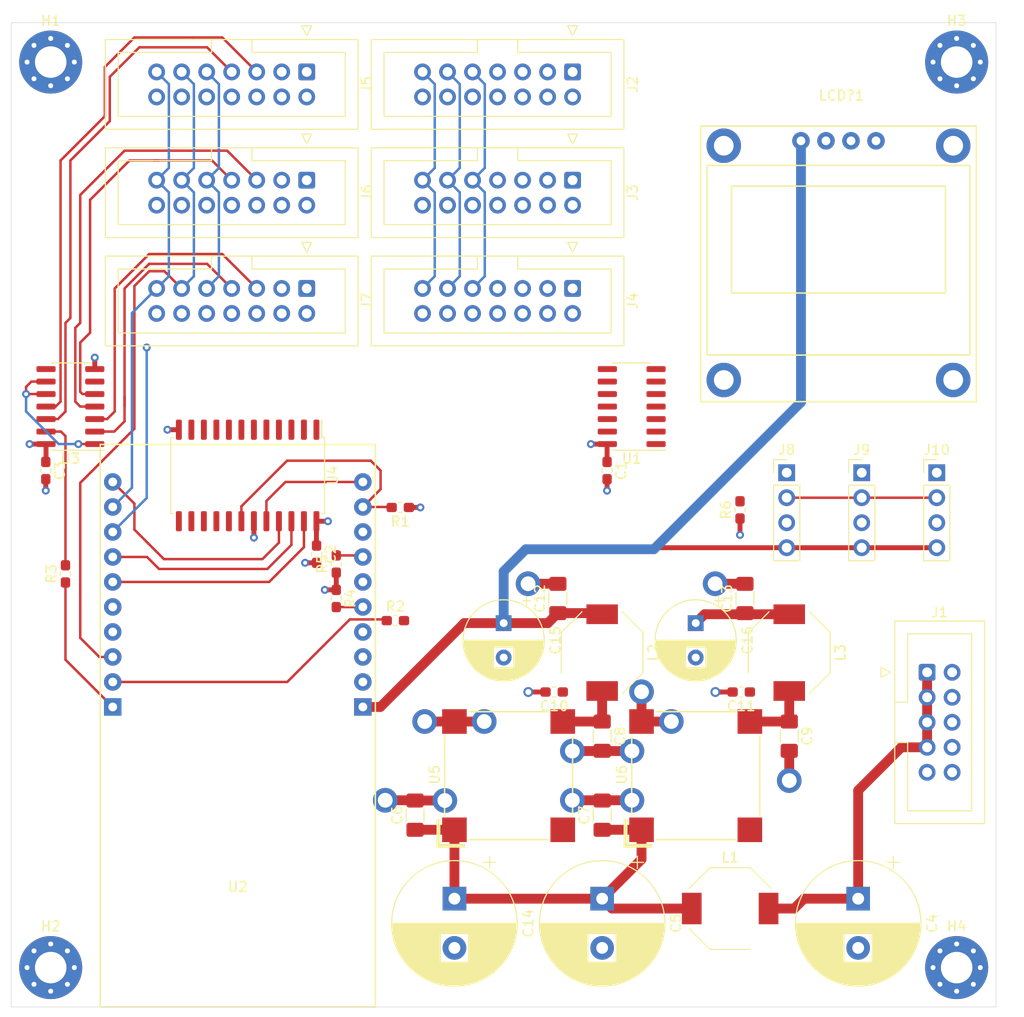
<source format=kicad_pcb>
(kicad_pcb (version 20171130) (host pcbnew "(5.1.6)-1")
  (layers (0 F.Cu signal) (1 In1.Cu signal) (2 In2.Cu signal) (31 B.Cu signal) (34 B.Paste user) (35 F.Paste user) (36 B.SilkS user hide) (37 F.SilkS user) (38 B.Mask user hide) (39 F.Mask user hide) (44 Edge.Cuts user))
  (net 0 "")
  (net 1 GND)
  (net 2 +3V3)
  (net 3 "Net-(J1-Pad2)")
  (net 4 "Net-(J1-Pad9)")
  (net 5 +9V)
  (net 6 "Net-(R1-Pad2)")
  (net 7 "Net-(R2-Pad2)")
  (net 8 "Net-(R2-Pad1)")
  (net 9 "Net-(U1-Pad13)")
  (net 10 "Net-(U2-Pad20)")
  (net 11 "Net-(U2-Pad17)")
  (net 12 "Net-(U2-Pad16)")
  (net 13 "Net-(U2-Pad14)")
  (net 14 "Net-(U2-Pad10)")
  (net 15 "Net-(U2-Pad8)")
  (net 16 "Net-(U2-Pad6)")
  (net 17 "Net-(U2-Pad4)")
  (net 18 "Net-(U4-Pad17)")
  (net 19 "Net-(U4-Pad16)")
  (net 20 "Net-(U4-Pad15)")
  (net 21 "Net-(U4-Pad14)")
  (net 22 "Net-(R3-Pad2)")
  (net 23 "Net-(R3-Pad1)")
  (net 24 "Net-(U2-Pad2)")
  (net 25 "Net-(C10-Pad1)")
  (net 26 "Net-(C11-Pad1)")
  (net 27 +5V)
  (net 28 "Net-(U5-Pad4)")
  (net 29 "Net-(U6-Pad4)")
  (net 30 "Net-(C14-Pad1)")
  (net 31 /ESP1/~CS_2)
  (net 32 /ESP1/~CS_1)
  (net 33 /ESP1/SCLK)
  (net 34 /ESP1/MISO)
  (net 35 /ESP1/MOSI)
  (net 36 /ESP1/IRQ_2)
  (net 37 /ESP1/IRQ_1)
  (net 38 /ESP1/~CS_4)
  (net 39 /ESP1/~CS_3)
  (net 40 /ESP1/IRQ_4)
  (net 41 /ESP1/IRQ_3)
  (net 42 /ESP1/~CS_6)
  (net 43 /ESP1/~CS_5)
  (net 44 /ESP1/IRQ_6)
  (net 45 /ESP1/IRQ_5)
  (net 46 /ESP1/~CS_8)
  (net 47 /ESP1/~CS_7)
  (net 48 /ESP1/IRQ_8)
  (net 49 /ESP1/IRQ_7)
  (net 50 /ESP1/~CS_10)
  (net 51 /ESP1/~CS_9)
  (net 52 /ESP1/IRQ_10)
  (net 53 /ESP1/IRQ_9)
  (net 54 /ESP1/~CS_12)
  (net 55 /ESP1/~CS_11)
  (net 56 /ESP1/IRQ_12)
  (net 57 /ESP1/IRQ_11)
  (net 58 "Net-(LCD?1-Pad3)")
  (net 59 "Net-(LCD?1-Pad4)")
  (net 60 "Net-(U3-Pad1)")
  (net 61 "Net-(J10-Pad2)")
  (module Resistor_SMD:R_0603_1608Metric_Pad1.05x0.95mm_HandSolder (layer F.Cu) (at 114 89.5 90)
    (fp_text reference R6 (at 0 -1.43 90) (layer F.SilkS))
    (fp_text value 10K)
    (pad 2 smd roundrect (at 0.875 0 90) (size 1.05 0.95) (layers F.Cu F.Paste F.Mask) (net 61 "Net-(J10-Pad2)"))
    (pad 1 smd roundrect (at -0.875 0 90) (size 1.05 0.95) (layers F.Cu F.Paste F.Mask) (net 2 +3V3))
  )
  (module Connector_PinHeader_2.54mm:PinHeader_1x04_P2.54mm_Vertical (layer F.Cu) (at 133.98 85.72)
    (fp_text reference J10 (at 0 -2.33) (layer F.SilkS))
    (fp_text value Conn_01x04)
    (pad 4 thru_hole oval (at 0 7.62) (size 1.7 1.7) (drill 1) (layers *.Cu *.Mask) (net 27 +5V))
    (pad 3 thru_hole oval (at 0 5.08) (size 1.7 1.7) (drill 1) (layers *.Cu *.Mask) (net 2 +3V3))
    (pad 2 thru_hole oval (at 0 2.54) (size 1.7 1.7) (drill 1) (layers *.Cu *.Mask) (net 61 "Net-(J10-Pad2)"))
    (pad 1 thru_hole rect (at 0 0) (size 1.7 1.7) (drill 1) (layers *.Cu *.Mask) (net 1 GND))
  )
  (module Connector_PinHeader_2.54mm:PinHeader_1x04_P2.54mm_Vertical (layer F.Cu) (at 126.36 85.72)
    (fp_text reference J9 (at 0 -2.33) (layer F.SilkS))
    (fp_text value Conn_01x04)
    (pad 4 thru_hole oval (at 0 7.62) (size 1.7 1.7) (drill 1) (layers *.Cu *.Mask) (net 27 +5V))
    (pad 3 thru_hole oval (at 0 5.08) (size 1.7 1.7) (drill 1) (layers *.Cu *.Mask) (net 2 +3V3))
    (pad 2 thru_hole oval (at 0 2.54) (size 1.7 1.7) (drill 1) (layers *.Cu *.Mask) (net 61 "Net-(J10-Pad2)"))
    (pad 1 thru_hole rect (at 0 0) (size 1.7 1.7) (drill 1) (layers *.Cu *.Mask) (net 1 GND))
  )
  (module Connector_PinHeader_2.54mm:PinHeader_1x04_P2.54mm_Vertical (layer F.Cu) (at 118.74 85.72)
    (fp_text reference J8 (at 0 -2.33) (layer F.SilkS))
    (fp_text value Conn_01x04)
    (pad 4 thru_hole oval (at 0 7.62) (size 1.7 1.7) (drill 1) (layers *.Cu *.Mask) (net 27 +5V))
    (pad 3 thru_hole oval (at 0 5.08) (size 1.7 1.7) (drill 1) (layers *.Cu *.Mask) (net 2 +3V3))
    (pad 2 thru_hole oval (at 0 2.54) (size 1.7 1.7) (drill 1) (layers *.Cu *.Mask) (net 61 "Net-(J10-Pad2)"))
    (pad 1 thru_hole rect (at 0 0) (size 1.7 1.7) (drill 1) (layers *.Cu *.Mask) (net 1 GND))
  )
  (module Resistor_SMD:R_0603_1608Metric_Pad1.05x0.95mm_HandSolder (layer F.Cu) (at 73 95 90)
    (fp_text reference R5 (at 0 -1.43 90) (layer F.SilkS))
    (fp_text value 2.2K)
    (pad 2 smd roundrect (at 0.875 0 90) (size 1.05 0.95) (layers F.Cu F.Paste F.Mask) (net 59 "Net-(LCD?1-Pad4)"))
    (pad 1 smd roundrect (at -0.875 0 90) (size 1.05 0.95) (layers F.Cu F.Paste F.Mask) (net 2 +3V3))
  )
  (module Resistor_SMD:R_0603_1608Metric_Pad1.05x0.95mm_HandSolder (layer F.Cu) (at 73 98.5 270)
    (fp_text reference R4 (at 0 -1.43 90) (layer F.SilkS))
    (fp_text value 2.2K)
    (pad 2 smd roundrect (at 0.875 0 270) (size 1.05 0.95) (layers F.Cu F.Paste F.Mask) (net 58 "Net-(LCD?1-Pad3)"))
    (pad 1 smd roundrect (at -0.875 0 270) (size 1.05 0.95) (layers F.Cu F.Paste F.Mask) (net 2 +3V3))
  )
  (module custom:12864-DISP-I2C (layer F.Cu) (at 124 52)
    (fp_text reference LCD?1 (at 0.3 -4.6) (layer F.SilkS))
    (fp_text value 0.96"-SSD1306-DISP-I2C)
    (pad 1 thru_hole circle (at -3.81 0) (size 1.778 1.778) (drill 0.889) (layers *.Cu *.Mask) (net 27 +5V))
    (pad 2 thru_hole circle (at -1.27 0) (size 1.778 1.778) (drill 0.889) (layers *.Cu *.Mask) (net 1 GND))
    (pad 3 thru_hole circle (at 1.27 0) (size 1.778 1.778) (drill 0.889) (layers *.Cu *.Mask) (net 58 "Net-(LCD?1-Pad3)"))
    (pad 4 thru_hole circle (at 3.81 0) (size 1.778 1.778) (drill 0.889) (layers *.Cu *.Mask) (net 59 "Net-(LCD?1-Pad4)"))
    (pad 8 thru_hole circle (at 11.65 0.5) (size 3.5 3.5) (drill 2) (layers *.Cu *.Mask))
    (pad 8 thru_hole circle (at -11.65 0.5) (size 3.5 3.5) (drill 2) (layers *.Cu *.Mask))
    (pad 8 thru_hole circle (at -11.65 24.3) (size 3.5 3.5) (drill 2) (layers *.Cu *.Mask))
    (pad 8 thru_hole circle (at 11.65 24.3 90) (size 3.5 3.5) (drill 2) (layers *.Cu *.Mask))
  )
  (module Capacitor_THT:CP_Radial_D8.0mm_P3.50mm (layer F.Cu) (at 109.5 101 270)
    (fp_text reference C16 (at 1.75 -5.25 90) (layer F.SilkS))
    (fp_text value CP1)
    (pad 2 thru_hole circle (at 3.5 0 270) (size 1.6 1.6) (drill 0.8) (layers *.Cu *.Mask) (net 1 GND))
    (pad 1 thru_hole rect (at 0 0 270) (size 1.6 1.6) (drill 0.8) (layers *.Cu *.Mask) (net 2 +3V3))
  )
  (module Capacitor_THT:CP_Radial_D8.0mm_P3.50mm (layer F.Cu) (at 90 101 270)
    (fp_text reference C15 (at 1.75 -5.25 90) (layer F.SilkS))
    (fp_text value CP1)
    (pad 2 thru_hole circle (at 3.5 0 270) (size 1.6 1.6) (drill 0.8) (layers *.Cu *.Mask) (net 1 GND))
    (pad 1 thru_hole rect (at 0 0 270) (size 1.6 1.6) (drill 0.8) (layers *.Cu *.Mask) (net 27 +5V))
  )
  (module Capacitor_THT:CP_Radial_D12.5mm_P5.00mm (layer F.Cu) (at 85 129 270)
    (fp_text reference C14 (at 2.5 -7.5 90) (layer F.SilkS))
    (fp_text value CP1)
    (pad 2 thru_hole circle (at 5 0 270) (size 2.4 2.4) (drill 1.2) (layers *.Cu *.Mask) (net 1 GND))
    (pad 1 thru_hole rect (at 0 0 270) (size 2.4 2.4) (drill 1.2) (layers *.Cu *.Mask) (net 30 "Net-(C14-Pad1)"))
  )
  (module custom:VXO78x-500-M (layer F.Cu) (at 109.5 116.5 90)
    (fp_text reference U6 (at 0.1 -7.5 90) (layer F.SilkS))
    (fp_text value VXO7803-500-M)
    (pad 4 smd rect (at -5.5 5.5 90) (size 2.5 2.5) (layers F.Cu F.Paste F.Mask) (net 29 "Net-(U6-Pad4)"))
    (pad 3 smd rect (at 5.5 5.5 90) (size 2.5 2.5) (layers F.Cu F.Paste F.Mask) (net 26 "Net-(C11-Pad1)"))
    (pad 2 smd rect (at 5.5 -5.5 90) (size 2.5 2.5) (layers F.Cu F.Paste F.Mask) (net 1 GND))
    (pad 1 smd rect (at -5.5 -5.5 90) (size 2.5 2.5) (layers F.Cu F.Paste F.Mask) (net 30 "Net-(C14-Pad1)"))
  )
  (module custom:VXO78x-500-M (layer F.Cu) (at 90.5 116.5 90)
    (fp_text reference U5 (at 0.1 -7.5 90) (layer F.SilkS))
    (fp_text value VXO7805-500-M)
    (pad 4 smd rect (at -5.5 5.5 90) (size 2.5 2.5) (layers F.Cu F.Paste F.Mask) (net 28 "Net-(U5-Pad4)"))
    (pad 3 smd rect (at 5.5 5.5 90) (size 2.5 2.5) (layers F.Cu F.Paste F.Mask) (net 25 "Net-(C10-Pad1)"))
    (pad 2 smd rect (at 5.5 -5.5 90) (size 2.5 2.5) (layers F.Cu F.Paste F.Mask) (net 1 GND))
    (pad 1 smd rect (at -5.5 -5.5 90) (size 2.5 2.5) (layers F.Cu F.Paste F.Mask) (net 30 "Net-(C14-Pad1)"))
  )
  (module Inductor_SMD:L_Bourns-SRU8028_8.0x8.0mm (layer F.Cu) (at 119 104 90)
    (fp_text reference L3 (at 0 5.2 90) (layer F.SilkS))
    (fp_text value "47 uH")
    (pad 2 smd rect (at 3.9 0 90) (size 2 3.2) (layers F.Cu F.Paste F.Mask) (net 2 +3V3))
    (pad 1 smd rect (at -3.9 0 90) (size 2 3.2) (layers F.Cu F.Paste F.Mask) (net 26 "Net-(C11-Pad1)"))
  )
  (module Inductor_SMD:L_Bourns-SRU8028_8.0x8.0mm (layer F.Cu) (at 100 104 90)
    (fp_text reference L2 (at 0 5.2 90) (layer F.SilkS))
    (fp_text value "47 uH")
    (pad 2 smd rect (at 3.9 0 90) (size 2 3.2) (layers F.Cu F.Paste F.Mask) (net 27 +5V))
    (pad 1 smd rect (at -3.9 0 90) (size 2 3.2) (layers F.Cu F.Paste F.Mask) (net 25 "Net-(C10-Pad1)"))
  )
  (module Inductor_SMD:L_Bourns-SRU8028_8.0x8.0mm (layer F.Cu) (at 113 130 180)
    (fp_text reference L1 (at 0 5.2) (layer F.SilkS))
    (fp_text value "47 uH")
    (pad 2 smd rect (at 3.9 0 180) (size 2 3.2) (layers F.Cu F.Paste F.Mask) (net 30 "Net-(C14-Pad1)"))
    (pad 1 smd rect (at -3.9 0 180) (size 2 3.2) (layers F.Cu F.Paste F.Mask) (net 5 +9V))
  )
  (module Capacitor_SMD:C_1206_3216Metric_Pad1.42x1.75mm_HandSolder (layer F.Cu) (at 114.5 98.5 90)
    (fp_text reference C13 (at 0 -1.82 90) (layer F.SilkS))
    (fp_text value "22 uF")
    (pad 2 smd roundrect (at 1.4875 0 90) (size 1.425 1.75) (layers F.Cu F.Paste F.Mask) (roundrect_rratio 0.175439) (net 1 GND))
    (pad 1 smd roundrect (at -1.4875 0 90) (size 1.425 1.75) (layers F.Cu F.Paste F.Mask) (roundrect_rratio 0.175439) (net 2 +3V3))
  )
  (module Capacitor_SMD:C_1206_3216Metric_Pad1.42x1.75mm_HandSolder (layer F.Cu) (at 95.5 98.5 90)
    (fp_text reference C12 (at 0 -1.82 90) (layer F.SilkS))
    (fp_text value "22 uF")
    (pad 2 smd roundrect (at 1.4875 0 90) (size 1.425 1.75) (layers F.Cu F.Paste F.Mask) (roundrect_rratio 0.175439) (net 1 GND))
    (pad 1 smd roundrect (at -1.4875 0 90) (size 1.425 1.75) (layers F.Cu F.Paste F.Mask) (roundrect_rratio 0.175439) (net 27 +5V))
  )
  (module Capacitor_SMD:C_0603_1608Metric_Pad1.05x0.95mm_HandSolder (layer F.Cu) (at 114.125 108 180)
    (fp_text reference C11 (at 0 -1.43) (layer F.SilkS))
    (fp_text value "0.1 uF")
    (pad 2 smd roundrect (at 0.875 0 180) (size 1.05 0.95) (layers F.Cu F.Paste F.Mask) (net 1 GND))
    (pad 1 smd roundrect (at -0.875 0 180) (size 1.05 0.95) (layers F.Cu F.Paste F.Mask) (net 26 "Net-(C11-Pad1)"))
  )
  (module Capacitor_SMD:C_0603_1608Metric_Pad1.05x0.95mm_HandSolder (layer F.Cu) (at 95.125 108 180)
    (fp_text reference C10 (at 0 -1.43) (layer F.SilkS))
    (fp_text value "0.1 uF")
    (pad 2 smd roundrect (at 0.875 0 180) (size 1.05 0.95) (layers F.Cu F.Paste F.Mask) (net 1 GND))
    (pad 1 smd roundrect (at -0.875 0 180) (size 1.05 0.95) (layers F.Cu F.Paste F.Mask) (net 25 "Net-(C10-Pad1)"))
  )
  (module Capacitor_SMD:C_1206_3216Metric_Pad1.42x1.75mm_HandSolder (layer F.Cu) (at 119 112.4875 270)
    (fp_text reference C9 (at 0 -1.82 90) (layer F.SilkS))
    (fp_text value "22 uF")
    (pad 2 smd roundrect (at 1.4875 0 270) (size 1.425 1.75) (layers F.Cu F.Paste F.Mask) (roundrect_rratio 0.175439) (net 1 GND))
    (pad 1 smd roundrect (at -1.4875 0 270) (size 1.425 1.75) (layers F.Cu F.Paste F.Mask) (roundrect_rratio 0.175439) (net 26 "Net-(C11-Pad1)"))
  )
  (module Capacitor_SMD:C_1206_3216Metric_Pad1.42x1.75mm_HandSolder (layer F.Cu) (at 100 112.4875 270)
    (fp_text reference C8 (at 0 -1.82 90) (layer F.SilkS))
    (fp_text value "22 uF")
    (pad 2 smd roundrect (at 1.4875 0 270) (size 1.425 1.75) (layers F.Cu F.Paste F.Mask) (roundrect_rratio 0.175439) (net 1 GND))
    (pad 1 smd roundrect (at -1.4875 0 270) (size 1.425 1.75) (layers F.Cu F.Paste F.Mask) (roundrect_rratio 0.175439) (net 25 "Net-(C10-Pad1)"))
  )
  (module Capacitor_SMD:C_1206_3216Metric_Pad1.42x1.75mm_HandSolder (layer F.Cu) (at 100 120.5125 90)
    (fp_text reference C7 (at 0 -1.82 90) (layer F.SilkS))
    (fp_text value "10 uF, 35V")
    (pad 2 smd roundrect (at 1.4875 0 90) (size 1.425 1.75) (layers F.Cu F.Paste F.Mask) (roundrect_rratio 0.175439) (net 1 GND))
    (pad 1 smd roundrect (at -1.4875 0 90) (size 1.425 1.75) (layers F.Cu F.Paste F.Mask) (roundrect_rratio 0.175439) (net 30 "Net-(C14-Pad1)"))
  )
  (module Capacitor_SMD:C_1206_3216Metric_Pad1.42x1.75mm_HandSolder (layer F.Cu) (at 81 120.5125 90)
    (fp_text reference C6 (at 0 -1.82 90) (layer F.SilkS))
    (fp_text value "10 uF, 35V")
    (pad 2 smd roundrect (at 1.4875 0 90) (size 1.425 1.75) (layers F.Cu F.Paste F.Mask) (roundrect_rratio 0.175439) (net 1 GND))
    (pad 1 smd roundrect (at -1.4875 0 90) (size 1.425 1.75) (layers F.Cu F.Paste F.Mask) (roundrect_rratio 0.175439) (net 30 "Net-(C14-Pad1)"))
  )
  (module Capacitor_THT:CP_Radial_D12.5mm_P5.00mm (layer F.Cu) (at 100 129 270)
    (fp_text reference C5 (at 2.5 -7.5 90) (layer F.SilkS))
    (fp_text value CP1)
    (pad 2 thru_hole circle (at 5 0 270) (size 2.4 2.4) (drill 1.2) (layers *.Cu *.Mask) (net 1 GND))
    (pad 1 thru_hole rect (at 0 0 270) (size 2.4 2.4) (drill 1.2) (layers *.Cu *.Mask) (net 30 "Net-(C14-Pad1)"))
  )
  (module Capacitor_THT:CP_Radial_D12.5mm_P5.00mm (layer F.Cu) (at 126 129 270)
    (fp_text reference C4 (at 2.5 -7.5 90) (layer F.SilkS))
    (fp_text value CP1)
    (pad 1 thru_hole rect (at 0 0 270) (size 2.4 2.4) (drill 1.2) (layers *.Cu *.Mask) (net 5 +9V))
    (pad 2 thru_hole circle (at 5 0 270) (size 2.4 2.4) (drill 1.2) (layers *.Cu *.Mask) (net 1 GND))
  )
  (module Resistor_SMD:R_0603_1608Metric_Pad1.05x0.95mm_HandSolder (layer F.Cu) (at 45.5 96 90)
    (fp_text reference R3 (at 0 -1.43 90) (layer F.SilkS))
    (fp_text value 330R)
    (pad 2 smd roundrect (at 0.875 0 90) (size 1.05 0.95) (layers F.Cu F.Paste F.Mask) (net 22 "Net-(R3-Pad2)"))
    (pad 1 smd roundrect (at -0.875 0 90) (size 1.05 0.95) (layers F.Cu F.Paste F.Mask) (net 23 "Net-(R3-Pad1)"))
  )
  (module Package_SO:SOIC-24W_7.5x15.4mm_P1.27mm (layer F.Cu) (at 64 86 270)
    (fp_text reference U4 (at 0 -8.65 90) (layer F.SilkS))
    (fp_text value 4072)
    (pad 24 smd roundrect (at 4.65 -6.985 270) (size 2.05 0.6) (layers F.Cu F.Paste F.Mask) (net 2 +3V3))
    (pad 23 smd roundrect (at 4.65 -5.715 270) (size 2.05 0.6) (layers F.Cu F.Paste F.Mask) (net 12 "Net-(U2-Pad16)"))
    (pad 22 smd roundrect (at 4.65 -4.445 270) (size 2.05 0.6) (layers F.Cu F.Paste F.Mask) (net 11 "Net-(U2-Pad17)"))
    (pad 21 smd roundrect (at 4.65 -3.175 270) (size 2.05 0.6) (layers F.Cu F.Paste F.Mask) (net 10 "Net-(U2-Pad20)"))
    (pad 20 smd roundrect (at 4.65 -1.905 270) (size 2.05 0.6) (layers F.Cu F.Paste F.Mask) (net 14 "Net-(U2-Pad10)"))
    (pad 19 smd roundrect (at 4.65 -0.635 270) (size 2.05 0.6) (layers F.Cu F.Paste F.Mask) (net 1 GND))
    (pad 18 smd roundrect (at 4.65 0.635 270) (size 2.05 0.6) (layers F.Cu F.Paste F.Mask) (net 6 "Net-(R1-Pad2)"))
    (pad 17 smd roundrect (at 4.65 1.905 270) (size 2.05 0.6) (layers F.Cu F.Paste F.Mask) (net 18 "Net-(U4-Pad17)"))
    (pad 16 smd roundrect (at 4.65 3.175 270) (size 2.05 0.6) (layers F.Cu F.Paste F.Mask) (net 19 "Net-(U4-Pad16)"))
    (pad 15 smd roundrect (at 4.65 4.445 270) (size 2.05 0.6) (layers F.Cu F.Paste F.Mask) (net 20 "Net-(U4-Pad15)"))
    (pad 14 smd roundrect (at 4.65 5.715 270) (size 2.05 0.6) (layers F.Cu F.Paste F.Mask) (net 21 "Net-(U4-Pad14)"))
    (pad 13 smd roundrect (at 4.65 6.985 270) (size 2.05 0.6) (layers F.Cu F.Paste F.Mask) (net 54 /ESP1/~CS_12))
    (pad 12 smd roundrect (at -4.65 6.985 270) (size 2.05 0.6) (layers F.Cu F.Paste F.Mask) (net 1 GND))
    (pad 11 smd roundrect (at -4.65 5.715 270) (size 2.05 0.6) (layers F.Cu F.Paste F.Mask) (net 55 /ESP1/~CS_11))
    (pad 10 smd roundrect (at -4.65 4.445 270) (size 2.05 0.6) (layers F.Cu F.Paste F.Mask) (net 50 /ESP1/~CS_10))
    (pad 9 smd roundrect (at -4.65 3.175 270) (size 2.05 0.6) (layers F.Cu F.Paste F.Mask) (net 51 /ESP1/~CS_9))
    (pad 8 smd roundrect (at -4.65 1.905 270) (size 2.05 0.6) (layers F.Cu F.Paste F.Mask) (net 46 /ESP1/~CS_8))
    (pad 7 smd roundrect (at -4.65 0.635 270) (size 2.05 0.6) (layers F.Cu F.Paste F.Mask) (net 47 /ESP1/~CS_7))
    (pad 6 smd roundrect (at -4.65 -0.635 270) (size 2.05 0.6) (layers F.Cu F.Paste F.Mask) (net 42 /ESP1/~CS_6))
    (pad 5 smd roundrect (at -4.65 -1.905 270) (size 2.05 0.6) (layers F.Cu F.Paste F.Mask) (net 43 /ESP1/~CS_5))
    (pad 4 smd roundrect (at -4.65 -3.175 270) (size 2.05 0.6) (layers F.Cu F.Paste F.Mask) (net 38 /ESP1/~CS_4))
    (pad 3 smd roundrect (at -4.65 -4.445 270) (size 2.05 0.6) (layers F.Cu F.Paste F.Mask) (net 39 /ESP1/~CS_3))
    (pad 2 smd roundrect (at -4.65 -5.715 270) (size 2.05 0.6) (layers F.Cu F.Paste F.Mask) (net 31 /ESP1/~CS_2))
    (pad 1 smd roundrect (at -4.65 -6.985 270) (size 2.05 0.6) (layers F.Cu F.Paste F.Mask) (net 32 /ESP1/~CS_1))
  )
  (module Package_SO:SOIC-14_3.9x8.7mm_P1.27mm (layer F.Cu) (at 46 79 180)
    (fp_text reference U3 (at 0 -5.28) (layer F.SilkS))
    (fp_text value 4072)
    (pad 1 smd roundrect (at -2.475 -3.81 180) (size 1.95 0.6) (layers F.Cu F.Paste F.Mask) (net 60 "Net-(U3-Pad1)"))
    (pad 2 smd roundrect (at -2.475 -2.54 180) (size 1.95 0.6) (layers F.Cu F.Paste F.Mask) (net 56 /ESP1/IRQ_12))
    (pad 3 smd roundrect (at -2.475 -1.27 180) (size 1.95 0.6) (layers F.Cu F.Paste F.Mask) (net 57 /ESP1/IRQ_11))
    (pad 4 smd roundrect (at -2.475 0 180) (size 1.95 0.6) (layers F.Cu F.Paste F.Mask) (net 53 /ESP1/IRQ_9))
    (pad 5 smd roundrect (at -2.475 1.27 180) (size 1.95 0.6) (layers F.Cu F.Paste F.Mask) (net 52 /ESP1/IRQ_10))
    (pad 6 smd roundrect (at -2.475 2.54 180) (size 1.95 0.6) (layers F.Cu F.Paste F.Mask))
    (pad 7 smd roundrect (at -2.475 3.81 180) (size 1.95 0.6) (layers F.Cu F.Paste F.Mask) (net 1 GND))
    (pad 8 smd roundrect (at 2.475 3.81 180) (size 1.95 0.6) (layers F.Cu F.Paste F.Mask))
    (pad 9 smd roundrect (at 2.475 2.54 180) (size 1.95 0.6) (layers F.Cu F.Paste F.Mask) (net 60 "Net-(U3-Pad1)"))
    (pad 10 smd roundrect (at 2.475 1.27 180) (size 1.95 0.6) (layers F.Cu F.Paste F.Mask) (net 60 "Net-(U3-Pad1)"))
    (pad 11 smd roundrect (at 2.475 0 180) (size 1.95 0.6) (layers F.Cu F.Paste F.Mask) (net 49 /ESP1/IRQ_7))
    (pad 12 smd roundrect (at 2.475 -1.27 180) (size 1.95 0.6) (layers F.Cu F.Paste F.Mask) (net 48 /ESP1/IRQ_8))
    (pad 13 smd roundrect (at 2.475 -2.54 180) (size 1.95 0.6) (layers F.Cu F.Paste F.Mask) (net 22 "Net-(R3-Pad2)"))
    (pad 14 smd roundrect (at 2.475 -3.81 180) (size 1.95 0.6) (layers F.Cu F.Paste F.Mask) (net 2 +3V3))
  )
  (module "Energy Monitor - ESP32 PCB:ESP32-POE" (layer F.Cu) (at 63 140)
    (fp_text reference U2 (at 0 -12.2) (layer F.SilkS))
    (fp_text value "ESP32-POE Module")
    (pad 20 thru_hole circle (at -12.7 -53.34) (size 1.778 1.778) (drill 0.889) (layers *.Cu *.Mask) (net 10 "Net-(U2-Pad20)"))
    (pad 19 thru_hole circle (at -12.7 -50.8) (size 1.778 1.778) (drill 0.889) (layers *.Cu *.Mask) (net 33 /ESP1/SCLK))
    (pad 18 thru_hole circle (at -12.7 -48.26) (size 1.778 1.778) (drill 0.889) (layers *.Cu *.Mask) (net 35 /ESP1/MOSI))
    (pad 17 thru_hole circle (at -12.7 -45.72) (size 1.778 1.778) (drill 0.889) (layers *.Cu *.Mask) (net 11 "Net-(U2-Pad17)"))
    (pad 16 thru_hole circle (at -12.7 -43.18) (size 1.778 1.778) (drill 0.889) (layers *.Cu *.Mask) (net 12 "Net-(U2-Pad16)"))
    (pad 15 thru_hole circle (at -12.7 -40.64) (size 1.778 1.778) (drill 0.889) (layers *.Cu *.Mask) (net 61 "Net-(J10-Pad2)"))
    (pad 14 thru_hole circle (at -12.7 -38.1) (size 1.778 1.778) (drill 0.889) (layers *.Cu *.Mask) (net 13 "Net-(U2-Pad14)"))
    (pad 13 thru_hole circle (at -12.7 -35.56) (size 1.778 1.778) (drill 0.889) (layers *.Cu *.Mask) (net 34 /ESP1/MISO))
    (pad 12 thru_hole circle (at -12.7 -33.02) (size 1.778 1.778) (drill 0.889) (layers *.Cu *.Mask) (net 8 "Net-(R2-Pad1)"))
    (pad 11 thru_hole rect (at -12.7 -30.48) (size 1.778 1.778) (drill 0.889) (layers *.Cu *.Mask) (net 23 "Net-(R3-Pad1)"))
    (pad 10 thru_hole circle (at 12.7 -53.34) (size 1.778 1.778) (drill 0.889) (layers *.Cu *.Mask) (net 14 "Net-(U2-Pad10)"))
    (pad 9 thru_hole circle (at 12.7 -50.8) (size 1.778 1.778) (drill 0.889) (layers *.Cu *.Mask) (net 6 "Net-(R1-Pad2)"))
    (pad 8 thru_hole circle (at 12.7 -48.26) (size 1.778 1.778) (drill 0.889) (layers *.Cu *.Mask) (net 15 "Net-(U2-Pad8)"))
    (pad 7 thru_hole circle (at 12.7 -45.72) (size 1.778 1.778) (drill 0.889) (layers *.Cu *.Mask) (net 59 "Net-(LCD?1-Pad4)"))
    (pad 6 thru_hole circle (at 12.7 -43.18) (size 1.778 1.778) (drill 0.889) (layers *.Cu *.Mask) (net 16 "Net-(U2-Pad6)"))
    (pad 5 thru_hole circle (at 12.7 -40.64) (size 1.778 1.778) (drill 0.889) (layers *.Cu *.Mask) (net 58 "Net-(LCD?1-Pad3)"))
    (pad 4 thru_hole circle (at 12.7 -38.1) (size 1.778 1.778) (drill 0.889) (layers *.Cu *.Mask) (net 17 "Net-(U2-Pad4)"))
    (pad 3 thru_hole circle (at 12.7 -35.56) (size 1.778 1.778) (drill 0.889) (layers *.Cu *.Mask) (net 1 GND))
    (pad 2 thru_hole circle (at 12.7 -33.02) (size 1.778 1.778) (drill 0.889) (layers *.Cu *.Mask) (net 24 "Net-(U2-Pad2)"))
    (pad 1 thru_hole rect (at 12.7 -30.48) (size 1.778 1.778) (drill 0.889) (layers *.Cu *.Mask) (net 27 +5V))
  )
  (module Package_SO:SOIC-14_3.9x8.7mm_P1.27mm (layer F.Cu) (at 103 79 180)
    (fp_text reference U1 (at 0 -5.28) (layer F.SilkS))
    (fp_text value 4072)
    (pad 1 smd roundrect (at -2.475 -3.81 180) (size 1.95 0.6) (layers F.Cu F.Paste F.Mask) (net 7 "Net-(R2-Pad2)"))
    (pad 2 smd roundrect (at -2.475 -2.54 180) (size 1.95 0.6) (layers F.Cu F.Paste F.Mask) (net 9 "Net-(U1-Pad13)"))
    (pad 3 smd roundrect (at -2.475 -1.27 180) (size 1.95 0.6) (layers F.Cu F.Paste F.Mask) (net 9 "Net-(U1-Pad13)"))
    (pad 4 smd roundrect (at -2.475 0 180) (size 1.95 0.6) (layers F.Cu F.Paste F.Mask) (net 36 /ESP1/IRQ_2))
    (pad 5 smd roundrect (at -2.475 1.27 180) (size 1.95 0.6) (layers F.Cu F.Paste F.Mask) (net 37 /ESP1/IRQ_1))
    (pad 6 smd roundrect (at -2.475 2.54 180) (size 1.95 0.6) (layers F.Cu F.Paste F.Mask))
    (pad 7 smd roundrect (at -2.475 3.81 180) (size 1.95 0.6) (layers F.Cu F.Paste F.Mask) (net 1 GND))
    (pad 8 smd roundrect (at 2.475 3.81 180) (size 1.95 0.6) (layers F.Cu F.Paste F.Mask))
    (pad 9 smd roundrect (at 2.475 2.54 180) (size 1.95 0.6) (layers F.Cu F.Paste F.Mask) (net 44 /ESP1/IRQ_6))
    (pad 10 smd roundrect (at 2.475 1.27 180) (size 1.95 0.6) (layers F.Cu F.Paste F.Mask) (net 45 /ESP1/IRQ_5))
    (pad 11 smd roundrect (at 2.475 0 180) (size 1.95 0.6) (layers F.Cu F.Paste F.Mask) (net 40 /ESP1/IRQ_4))
    (pad 12 smd roundrect (at 2.475 -1.27 180) (size 1.95 0.6) (layers F.Cu F.Paste F.Mask) (net 41 /ESP1/IRQ_3))
    (pad 13 smd roundrect (at 2.475 -2.54 180) (size 1.95 0.6) (layers F.Cu F.Paste F.Mask) (net 9 "Net-(U1-Pad13)"))
    (pad 14 smd roundrect (at 2.475 -3.81 180) (size 1.95 0.6) (layers F.Cu F.Paste F.Mask) (net 2 +3V3))
  )
  (module Resistor_SMD:R_0603_1608Metric_Pad1.05x0.95mm_HandSolder (layer F.Cu) (at 79 100.75)
    (fp_text reference R2 (at 0 -1.43) (layer F.SilkS))
    (fp_text value 330R)
    (pad 2 smd roundrect (at 0.875 0) (size 1.05 0.95) (layers F.Cu F.Paste F.Mask) (net 7 "Net-(R2-Pad2)"))
    (pad 1 smd roundrect (at -0.875 0) (size 1.05 0.95) (layers F.Cu F.Paste F.Mask) (net 8 "Net-(R2-Pad1)"))
  )
  (module Resistor_SMD:R_0603_1608Metric_Pad1.05x0.95mm_HandSolder (layer F.Cu) (at 79.5 89.25 180)
    (fp_text reference R1 (at 0 -1.43) (layer F.SilkS))
    (fp_text value 10K)
    (pad 2 smd roundrect (at 0.875 0 180) (size 1.05 0.95) (layers F.Cu F.Paste F.Mask) (net 6 "Net-(R1-Pad2)"))
    (pad 1 smd roundrect (at -0.875 0 180) (size 1.05 0.95) (layers F.Cu F.Paste F.Mask) (net 2 +3V3))
  )
  (module Connector_IDC:IDC-Header_2x07_P2.54mm_Vertical (layer F.Cu) (at 70 67 270)
    (fp_text reference J7 (at 1.27 -6.1 90) (layer F.SilkS))
    (fp_text value Conn_02x07_Odd_Even)
    (pad 14 thru_hole circle (at 2.54 15.24 270) (size 1.7 1.7) (drill 1) (layers *.Cu *.Mask) (net 1 GND))
    (pad 12 thru_hole circle (at 2.54 12.7 270) (size 1.7 1.7) (drill 1) (layers *.Cu *.Mask) (net 1 GND))
    (pad 10 thru_hole circle (at 2.54 10.16 270) (size 1.7 1.7) (drill 1) (layers *.Cu *.Mask) (net 1 GND))
    (pad 8 thru_hole circle (at 2.54 7.62 270) (size 1.7 1.7) (drill 1) (layers *.Cu *.Mask) (net 1 GND))
    (pad 6 thru_hole circle (at 2.54 5.08 270) (size 1.7 1.7) (drill 1) (layers *.Cu *.Mask) (net 54 /ESP1/~CS_12))
    (pad 4 thru_hole circle (at 2.54 2.54 270) (size 1.7 1.7) (drill 1) (layers *.Cu *.Mask) (net 55 /ESP1/~CS_11))
    (pad 2 thru_hole circle (at 2.54 0 270) (size 1.7 1.7) (drill 1) (layers *.Cu *.Mask) (net 27 +5V))
    (pad 13 thru_hole circle (at 0 15.24 270) (size 1.7 1.7) (drill 1) (layers *.Cu *.Mask) (net 33 /ESP1/SCLK))
    (pad 11 thru_hole circle (at 0 12.7 270) (size 1.7 1.7) (drill 1) (layers *.Cu *.Mask) (net 34 /ESP1/MISO))
    (pad 9 thru_hole circle (at 0 10.16 270) (size 1.7 1.7) (drill 1) (layers *.Cu *.Mask) (net 35 /ESP1/MOSI))
    (pad 7 thru_hole circle (at 0 7.62 270) (size 1.7 1.7) (drill 1) (layers *.Cu *.Mask) (net 56 /ESP1/IRQ_12))
    (pad 5 thru_hole circle (at 0 5.08 270) (size 1.7 1.7) (drill 1) (layers *.Cu *.Mask) (net 57 /ESP1/IRQ_11))
    (pad 3 thru_hole circle (at 0 2.54 270) (size 1.7 1.7) (drill 1) (layers *.Cu *.Mask) (net 2 +3V3))
    (pad 1 thru_hole roundrect (at 0 0 270) (size 1.7 1.7) (drill 1) (layers *.Cu *.Mask) (roundrect_rratio 0.147059) (net 2 +3V3))
  )
  (module Connector_IDC:IDC-Header_2x07_P2.54mm_Vertical (layer F.Cu) (at 70 56 270)
    (fp_text reference J6 (at 1.27 -6.1 90) (layer F.SilkS))
    (fp_text value Conn_02x07_Odd_Even)
    (pad 14 thru_hole circle (at 2.54 15.24 270) (size 1.7 1.7) (drill 1) (layers *.Cu *.Mask) (net 1 GND))
    (pad 12 thru_hole circle (at 2.54 12.7 270) (size 1.7 1.7) (drill 1) (layers *.Cu *.Mask) (net 1 GND))
    (pad 10 thru_hole circle (at 2.54 10.16 270) (size 1.7 1.7) (drill 1) (layers *.Cu *.Mask) (net 1 GND))
    (pad 8 thru_hole circle (at 2.54 7.62 270) (size 1.7 1.7) (drill 1) (layers *.Cu *.Mask) (net 1 GND))
    (pad 6 thru_hole circle (at 2.54 5.08 270) (size 1.7 1.7) (drill 1) (layers *.Cu *.Mask) (net 50 /ESP1/~CS_10))
    (pad 4 thru_hole circle (at 2.54 2.54 270) (size 1.7 1.7) (drill 1) (layers *.Cu *.Mask) (net 51 /ESP1/~CS_9))
    (pad 2 thru_hole circle (at 2.54 0 270) (size 1.7 1.7) (drill 1) (layers *.Cu *.Mask) (net 27 +5V))
    (pad 13 thru_hole circle (at 0 15.24 270) (size 1.7 1.7) (drill 1) (layers *.Cu *.Mask) (net 33 /ESP1/SCLK))
    (pad 11 thru_hole circle (at 0 12.7 270) (size 1.7 1.7) (drill 1) (layers *.Cu *.Mask) (net 34 /ESP1/MISO))
    (pad 9 thru_hole circle (at 0 10.16 270) (size 1.7 1.7) (drill 1) (layers *.Cu *.Mask) (net 35 /ESP1/MOSI))
    (pad 7 thru_hole circle (at 0 7.62 270) (size 1.7 1.7) (drill 1) (layers *.Cu *.Mask) (net 52 /ESP1/IRQ_10))
    (pad 5 thru_hole circle (at 0 5.08 270) (size 1.7 1.7) (drill 1) (layers *.Cu *.Mask) (net 53 /ESP1/IRQ_9))
    (pad 3 thru_hole circle (at 0 2.54 270) (size 1.7 1.7) (drill 1) (layers *.Cu *.Mask) (net 2 +3V3))
    (pad 1 thru_hole roundrect (at 0 0 270) (size 1.7 1.7) (drill 1) (layers *.Cu *.Mask) (roundrect_rratio 0.147059) (net 2 +3V3))
  )
  (module Connector_IDC:IDC-Header_2x07_P2.54mm_Vertical (layer F.Cu) (at 70 45 270)
    (fp_text reference J5 (at 1.27 -6.1 90) (layer F.SilkS))
    (fp_text value Conn_02x07_Odd_Even)
    (pad 14 thru_hole circle (at 2.54 15.24 270) (size 1.7 1.7) (drill 1) (layers *.Cu *.Mask) (net 1 GND))
    (pad 12 thru_hole circle (at 2.54 12.7 270) (size 1.7 1.7) (drill 1) (layers *.Cu *.Mask) (net 1 GND))
    (pad 10 thru_hole circle (at 2.54 10.16 270) (size 1.7 1.7) (drill 1) (layers *.Cu *.Mask) (net 1 GND))
    (pad 8 thru_hole circle (at 2.54 7.62 270) (size 1.7 1.7) (drill 1) (layers *.Cu *.Mask) (net 1 GND))
    (pad 6 thru_hole circle (at 2.54 5.08 270) (size 1.7 1.7) (drill 1) (layers *.Cu *.Mask) (net 46 /ESP1/~CS_8))
    (pad 4 thru_hole circle (at 2.54 2.54 270) (size 1.7 1.7) (drill 1) (layers *.Cu *.Mask) (net 47 /ESP1/~CS_7))
    (pad 2 thru_hole circle (at 2.54 0 270) (size 1.7 1.7) (drill 1) (layers *.Cu *.Mask) (net 27 +5V))
    (pad 13 thru_hole circle (at 0 15.24 270) (size 1.7 1.7) (drill 1) (layers *.Cu *.Mask) (net 33 /ESP1/SCLK))
    (pad 11 thru_hole circle (at 0 12.7 270) (size 1.7 1.7) (drill 1) (layers *.Cu *.Mask) (net 34 /ESP1/MISO))
    (pad 9 thru_hole circle (at 0 10.16 270) (size 1.7 1.7) (drill 1) (layers *.Cu *.Mask) (net 35 /ESP1/MOSI))
    (pad 7 thru_hole circle (at 0 7.62 270) (size 1.7 1.7) (drill 1) (layers *.Cu *.Mask) (net 48 /ESP1/IRQ_8))
    (pad 5 thru_hole circle (at 0 5.08 270) (size 1.7 1.7) (drill 1) (layers *.Cu *.Mask) (net 49 /ESP1/IRQ_7))
    (pad 3 thru_hole circle (at 0 2.54 270) (size 1.7 1.7) (drill 1) (layers *.Cu *.Mask) (net 2 +3V3))
    (pad 1 thru_hole roundrect (at 0 0 270) (size 1.7 1.7) (drill 1) (layers *.Cu *.Mask) (roundrect_rratio 0.147059) (net 2 +3V3))
  )
  (module Connector_IDC:IDC-Header_2x07_P2.54mm_Vertical (layer F.Cu) (at 97 67 270)
    (fp_text reference J4 (at 1.27 -6.1 90) (layer F.SilkS))
    (fp_text value Conn_02x07_Odd_Even)
    (pad 14 thru_hole circle (at 2.54 15.24 270) (size 1.7 1.7) (drill 1) (layers *.Cu *.Mask) (net 1 GND))
    (pad 12 thru_hole circle (at 2.54 12.7 270) (size 1.7 1.7) (drill 1) (layers *.Cu *.Mask) (net 1 GND))
    (pad 10 thru_hole circle (at 2.54 10.16 270) (size 1.7 1.7) (drill 1) (layers *.Cu *.Mask) (net 1 GND))
    (pad 8 thru_hole circle (at 2.54 7.62 270) (size 1.7 1.7) (drill 1) (layers *.Cu *.Mask) (net 1 GND))
    (pad 6 thru_hole circle (at 2.54 5.08 270) (size 1.7 1.7) (drill 1) (layers *.Cu *.Mask) (net 42 /ESP1/~CS_6))
    (pad 4 thru_hole circle (at 2.54 2.54 270) (size 1.7 1.7) (drill 1) (layers *.Cu *.Mask) (net 43 /ESP1/~CS_5))
    (pad 2 thru_hole circle (at 2.54 0 270) (size 1.7 1.7) (drill 1) (layers *.Cu *.Mask) (net 27 +5V))
    (pad 13 thru_hole circle (at 0 15.24 270) (size 1.7 1.7) (drill 1) (layers *.Cu *.Mask) (net 33 /ESP1/SCLK))
    (pad 11 thru_hole circle (at 0 12.7 270) (size 1.7 1.7) (drill 1) (layers *.Cu *.Mask) (net 34 /ESP1/MISO))
    (pad 9 thru_hole circle (at 0 10.16 270) (size 1.7 1.7) (drill 1) (layers *.Cu *.Mask) (net 35 /ESP1/MOSI))
    (pad 7 thru_hole circle (at 0 7.62 270) (size 1.7 1.7) (drill 1) (layers *.Cu *.Mask) (net 44 /ESP1/IRQ_6))
    (pad 5 thru_hole circle (at 0 5.08 270) (size 1.7 1.7) (drill 1) (layers *.Cu *.Mask) (net 45 /ESP1/IRQ_5))
    (pad 3 thru_hole circle (at 0 2.54 270) (size 1.7 1.7) (drill 1) (layers *.Cu *.Mask) (net 2 +3V3))
    (pad 1 thru_hole roundrect (at 0 0 270) (size 1.7 1.7) (drill 1) (layers *.Cu *.Mask) (roundrect_rratio 0.147059) (net 2 +3V3))
  )
  (module Connector_IDC:IDC-Header_2x07_P2.54mm_Vertical (layer F.Cu) (at 97 56 270)
    (fp_text reference J3 (at 1.27 -6.1 90) (layer F.SilkS))
    (fp_text value Conn_02x07_Odd_Even)
    (pad 14 thru_hole circle (at 2.54 15.24 270) (size 1.7 1.7) (drill 1) (layers *.Cu *.Mask) (net 1 GND))
    (pad 12 thru_hole circle (at 2.54 12.7 270) (size 1.7 1.7) (drill 1) (layers *.Cu *.Mask) (net 1 GND))
    (pad 10 thru_hole circle (at 2.54 10.16 270) (size 1.7 1.7) (drill 1) (layers *.Cu *.Mask) (net 1 GND))
    (pad 8 thru_hole circle (at 2.54 7.62 270) (size 1.7 1.7) (drill 1) (layers *.Cu *.Mask) (net 1 GND))
    (pad 6 thru_hole circle (at 2.54 5.08 270) (size 1.7 1.7) (drill 1) (layers *.Cu *.Mask) (net 38 /ESP1/~CS_4))
    (pad 4 thru_hole circle (at 2.54 2.54 270) (size 1.7 1.7) (drill 1) (layers *.Cu *.Mask) (net 39 /ESP1/~CS_3))
    (pad 2 thru_hole circle (at 2.54 0 270) (size 1.7 1.7) (drill 1) (layers *.Cu *.Mask) (net 27 +5V))
    (pad 13 thru_hole circle (at 0 15.24 270) (size 1.7 1.7) (drill 1) (layers *.Cu *.Mask) (net 33 /ESP1/SCLK))
    (pad 11 thru_hole circle (at 0 12.7 270) (size 1.7 1.7) (drill 1) (layers *.Cu *.Mask) (net 34 /ESP1/MISO))
    (pad 9 thru_hole circle (at 0 10.16 270) (size 1.7 1.7) (drill 1) (layers *.Cu *.Mask) (net 35 /ESP1/MOSI))
    (pad 7 thru_hole circle (at 0 7.62 270) (size 1.7 1.7) (drill 1) (layers *.Cu *.Mask) (net 40 /ESP1/IRQ_4))
    (pad 5 thru_hole circle (at 0 5.08 270) (size 1.7 1.7) (drill 1) (layers *.Cu *.Mask) (net 41 /ESP1/IRQ_3))
    (pad 3 thru_hole circle (at 0 2.54 270) (size 1.7 1.7) (drill 1) (layers *.Cu *.Mask) (net 2 +3V3))
    (pad 1 thru_hole roundrect (at 0 0 270) (size 1.7 1.7) (drill 1) (layers *.Cu *.Mask) (roundrect_rratio 0.147059) (net 2 +3V3))
  )
  (module Connector_IDC:IDC-Header_2x07_P2.54mm_Vertical (layer F.Cu) (at 97 45 270)
    (fp_text reference J2 (at 1.27 -6.1 90) (layer F.SilkS))
    (fp_text value Conn_02x07_Odd_Even)
    (pad 14 thru_hole circle (at 2.54 15.24 270) (size 1.7 1.7) (drill 1) (layers *.Cu *.Mask) (net 1 GND))
    (pad 12 thru_hole circle (at 2.54 12.7 270) (size 1.7 1.7) (drill 1) (layers *.Cu *.Mask) (net 1 GND))
    (pad 10 thru_hole circle (at 2.54 10.16 270) (size 1.7 1.7) (drill 1) (layers *.Cu *.Mask) (net 1 GND))
    (pad 8 thru_hole circle (at 2.54 7.62 270) (size 1.7 1.7) (drill 1) (layers *.Cu *.Mask) (net 1 GND))
    (pad 6 thru_hole circle (at 2.54 5.08 270) (size 1.7 1.7) (drill 1) (layers *.Cu *.Mask) (net 31 /ESP1/~CS_2))
    (pad 4 thru_hole circle (at 2.54 2.54 270) (size 1.7 1.7) (drill 1) (layers *.Cu *.Mask) (net 32 /ESP1/~CS_1))
    (pad 2 thru_hole circle (at 2.54 0 270) (size 1.7 1.7) (drill 1) (layers *.Cu *.Mask) (net 27 +5V))
    (pad 13 thru_hole circle (at 0 15.24 270) (size 1.7 1.7) (drill 1) (layers *.Cu *.Mask) (net 33 /ESP1/SCLK))
    (pad 11 thru_hole circle (at 0 12.7 270) (size 1.7 1.7) (drill 1) (layers *.Cu *.Mask) (net 34 /ESP1/MISO))
    (pad 9 thru_hole circle (at 0 10.16 270) (size 1.7 1.7) (drill 1) (layers *.Cu *.Mask) (net 35 /ESP1/MOSI))
    (pad 7 thru_hole circle (at 0 7.62 270) (size 1.7 1.7) (drill 1) (layers *.Cu *.Mask) (net 36 /ESP1/IRQ_2))
    (pad 5 thru_hole circle (at 0 5.08 270) (size 1.7 1.7) (drill 1) (layers *.Cu *.Mask) (net 37 /ESP1/IRQ_1))
    (pad 3 thru_hole circle (at 0 2.54 270) (size 1.7 1.7) (drill 1) (layers *.Cu *.Mask) (net 2 +3V3))
    (pad 1 thru_hole roundrect (at 0 0 270) (size 1.7 1.7) (drill 1) (layers *.Cu *.Mask) (roundrect_rratio 0.147059) (net 2 +3V3))
  )
  (module Connector_IDC:IDC-Header_2x05_P2.54mm_Vertical (layer F.Cu) (at 133 106)
    (fp_text reference J1 (at 1.27 -6.1) (layer F.SilkS))
    (fp_text value Conn_02x05_Odd_Even)
    (pad 10 thru_hole circle (at 2.54 10.16) (size 1.7 1.7) (drill 1) (layers *.Cu *.Mask) (net 1 GND))
    (pad 8 thru_hole circle (at 2.54 7.62) (size 1.7 1.7) (drill 1) (layers *.Cu *.Mask) (net 1 GND))
    (pad 6 thru_hole circle (at 2.54 5.08) (size 1.7 1.7) (drill 1) (layers *.Cu *.Mask) (net 1 GND))
    (pad 4 thru_hole circle (at 2.54 2.54) (size 1.7 1.7) (drill 1) (layers *.Cu *.Mask) (net 1 GND))
    (pad 2 thru_hole circle (at 2.54 0) (size 1.7 1.7) (drill 1) (layers *.Cu *.Mask) (net 3 "Net-(J1-Pad2)"))
    (pad 9 thru_hole circle (at 0 10.16) (size 1.7 1.7) (drill 1) (layers *.Cu *.Mask) (net 4 "Net-(J1-Pad9)"))
    (pad 7 thru_hole circle (at 0 7.62) (size 1.7 1.7) (drill 1) (layers *.Cu *.Mask) (net 5 +9V))
    (pad 5 thru_hole circle (at 0 5.08) (size 1.7 1.7) (drill 1) (layers *.Cu *.Mask) (net 5 +9V))
    (pad 3 thru_hole circle (at 0 2.54) (size 1.7 1.7) (drill 1) (layers *.Cu *.Mask) (net 5 +9V))
    (pad 1 thru_hole roundrect (at 0 0) (size 1.7 1.7) (drill 1) (layers *.Cu *.Mask) (roundrect_rratio 0.147059) (net 5 +9V))
  )
  (module Capacitor_SMD:C_0603_1608Metric_Pad1.05x0.95mm_HandSolder (layer F.Cu) (at 43.5 85.5 270)
    (fp_text reference C3 (at 0 -1.43 90) (layer F.SilkS))
    (fp_text value "0.1 uF")
    (pad 2 smd roundrect (at 0.875 0 270) (size 1.05 0.95) (layers F.Cu F.Paste F.Mask) (net 1 GND))
    (pad 1 smd roundrect (at -0.875 0 270) (size 1.05 0.95) (layers F.Cu F.Paste F.Mask) (net 2 +3V3))
  )
  (module Capacitor_SMD:C_0603_1608Metric_Pad1.05x0.95mm_HandSolder (layer F.Cu) (at 71 94 270)
    (fp_text reference C2 (at 0 -1.43 90) (layer F.SilkS))
    (fp_text value "0.1 uF")
    (pad 2 smd roundrect (at 0.875 0 270) (size 1.05 0.95) (layers F.Cu F.Paste F.Mask) (net 1 GND))
    (pad 1 smd roundrect (at -0.875 0 270) (size 1.05 0.95) (layers F.Cu F.Paste F.Mask) (net 2 +3V3))
  )
  (module Capacitor_SMD:C_0603_1608Metric_Pad1.05x0.95mm_HandSolder (layer F.Cu) (at 100.5 85.5 270)
    (fp_text reference C1 (at 0 -1.43 90) (layer F.SilkS))
    (fp_text value "0.1 uF")
    (pad 2 smd roundrect (at 0.875 0 270) (size 1.05 0.95) (layers F.Cu F.Paste F.Mask) (net 1 GND))
    (pad 1 smd roundrect (at -0.875 0 270) (size 1.05 0.95) (layers F.Cu F.Paste F.Mask) (net 2 +3V3))
  )
  (module MountingHole:MountingHole_3.2mm_M3_Pad_Via (layer F.Cu) (at 136 136)
    (fp_text reference H4 (at 0 -4.2) (layer F.SilkS))
    (fp_text value MountingHole)
    (pad 1 thru_hole circle (at 0 0) (size 6.4 6.4) (drill 3.2) (layers *.Cu *.Mask))
    (pad 1 thru_hole circle (at 2.4 0) (size 0.8 0.8) (drill 0.5) (layers *.Cu *.Mask))
    (pad 1 thru_hole circle (at 1.697056 1.697056) (size 0.8 0.8) (drill 0.5) (layers *.Cu *.Mask))
    (pad 1 thru_hole circle (at 0 2.4) (size 0.8 0.8) (drill 0.5) (layers *.Cu *.Mask))
    (pad 1 thru_hole circle (at -1.697056 1.697056) (size 0.8 0.8) (drill 0.5) (layers *.Cu *.Mask))
    (pad 1 thru_hole circle (at -2.4 0) (size 0.8 0.8) (drill 0.5) (layers *.Cu *.Mask))
    (pad 1 thru_hole circle (at -1.697056 -1.697056) (size 0.8 0.8) (drill 0.5) (layers *.Cu *.Mask))
    (pad 1 thru_hole circle (at 0 -2.4) (size 0.8 0.8) (drill 0.5) (layers *.Cu *.Mask))
    (pad 1 thru_hole circle (at 1.697056 -1.697056) (size 0.8 0.8) (drill 0.5) (layers *.Cu *.Mask))
  )
  (module MountingHole:MountingHole_3.2mm_M3_Pad_Via (layer F.Cu) (at 136 44)
    (fp_text reference H3 (at 0 -4.2) (layer F.SilkS))
    (fp_text value MountingHole)
    (pad 1 thru_hole circle (at 0 0) (size 6.4 6.4) (drill 3.2) (layers *.Cu *.Mask))
    (pad 1 thru_hole circle (at 2.4 0) (size 0.8 0.8) (drill 0.5) (layers *.Cu *.Mask))
    (pad 1 thru_hole circle (at 1.697056 1.697056) (size 0.8 0.8) (drill 0.5) (layers *.Cu *.Mask))
    (pad 1 thru_hole circle (at 0 2.4) (size 0.8 0.8) (drill 0.5) (layers *.Cu *.Mask))
    (pad 1 thru_hole circle (at -1.697056 1.697056) (size 0.8 0.8) (drill 0.5) (layers *.Cu *.Mask))
    (pad 1 thru_hole circle (at -2.4 0) (size 0.8 0.8) (drill 0.5) (layers *.Cu *.Mask))
    (pad 1 thru_hole circle (at -1.697056 -1.697056) (size 0.8 0.8) (drill 0.5) (layers *.Cu *.Mask))
    (pad 1 thru_hole circle (at 0 -2.4) (size 0.8 0.8) (drill 0.5) (layers *.Cu *.Mask))
    (pad 1 thru_hole circle (at 1.697056 -1.697056) (size 0.8 0.8) (drill 0.5) (layers *.Cu *.Mask))
  )
  (module MountingHole:MountingHole_3.2mm_M3_Pad_Via (layer F.Cu) (at 44 136)
    (fp_text reference H2 (at 0 -4.2) (layer F.SilkS))
    (fp_text value MountingHole)
    (pad 1 thru_hole circle (at 0 0) (size 6.4 6.4) (drill 3.2) (layers *.Cu *.Mask))
    (pad 1 thru_hole circle (at 2.4 0) (size 0.8 0.8) (drill 0.5) (layers *.Cu *.Mask))
    (pad 1 thru_hole circle (at 1.697056 1.697056) (size 0.8 0.8) (drill 0.5) (layers *.Cu *.Mask))
    (pad 1 thru_hole circle (at 0 2.4) (size 0.8 0.8) (drill 0.5) (layers *.Cu *.Mask))
    (pad 1 thru_hole circle (at -1.697056 1.697056) (size 0.8 0.8) (drill 0.5) (layers *.Cu *.Mask))
    (pad 1 thru_hole circle (at -2.4 0) (size 0.8 0.8) (drill 0.5) (layers *.Cu *.Mask))
    (pad 1 thru_hole circle (at -1.697056 -1.697056) (size 0.8 0.8) (drill 0.5) (layers *.Cu *.Mask))
    (pad 1 thru_hole circle (at 0 -2.4) (size 0.8 0.8) (drill 0.5) (layers *.Cu *.Mask))
    (pad 1 thru_hole circle (at 1.697056 -1.697056) (size 0.8 0.8) (drill 0.5) (layers *.Cu *.Mask))
  )
  (module MountingHole:MountingHole_3.2mm_M3_Pad_Via (layer F.Cu) (at 44 44)
    (fp_text reference H1 (at 0 -4.2) (layer F.SilkS))
    (fp_text value MountingHole)
    (pad 1 thru_hole circle (at 0 0) (size 6.4 6.4) (drill 3.2) (layers *.Cu *.Mask))
    (pad 1 thru_hole circle (at 2.4 0) (size 0.8 0.8) (drill 0.5) (layers *.Cu *.Mask))
    (pad 1 thru_hole circle (at 1.697056 1.697056) (size 0.8 0.8) (drill 0.5) (layers *.Cu *.Mask))
    (pad 1 thru_hole circle (at 0 2.4) (size 0.8 0.8) (drill 0.5) (layers *.Cu *.Mask))
    (pad 1 thru_hole circle (at -1.697056 1.697056) (size 0.8 0.8) (drill 0.5) (layers *.Cu *.Mask))
    (pad 1 thru_hole circle (at -2.4 0) (size 0.8 0.8) (drill 0.5) (layers *.Cu *.Mask))
    (pad 1 thru_hole circle (at -1.697056 -1.697056) (size 0.8 0.8) (drill 0.5) (layers *.Cu *.Mask))
    (pad 1 thru_hole circle (at 0 -2.4) (size 0.8 0.8) (drill 0.5) (layers *.Cu *.Mask))
    (pad 1 thru_hole circle (at 1.697056 -1.697056) (size 0.8 0.8) (drill 0.5) (layers *.Cu *.Mask))
  )
  (gr_line (start 140 40) (end 40 40) (layer Edge.Cuts) (width 0.05))
  (gr_line (start 140 140) (end 140 40) (layer Edge.Cuts) (width 0.05))
  (gr_line (start 40 140) (end 140 140) (layer Edge.Cuts) (width 0.05))
  (gr_line (start 40 40) (end 40 140) (layer Edge.Cuts) (width 0.05))
  (via (at 114 92.04) (size 0.8) (drill 0.4) (layers F.Cu B.Cu) (net 2))
  (segment (start 114 90.375) (end 114 92.04) (width 0.5) (layer F.Cu) (net 2))
  (via (at 53.75 73) (size 0.8) (drill 0.4) (layers F.Cu B.Cu) (net 35))
  (via (at 81.54 89.25) (size 0.8) (drill 0.4) (layers F.Cu B.Cu) (net 2))
  (segment (start 80.375 89.25) (end 81.54 89.25) (width 0.5) (layer F.Cu) (net 2))
  (via (at 64.635 92.315) (size 0.8) (drill 0.4) (layers F.Cu B.Cu) (net 1))
  (segment (start 64.635 90.65) (end 64.635 92.315) (width 0.5) (layer F.Cu) (net 1))
  (via (at 100.5 87.54) (size 0.8) (drill 0.4) (layers F.Cu B.Cu) (net 1))
  (segment (start 100.5 86.375) (end 100.5 87.54) (width 0.5) (layer F.Cu) (net 1))
  (via (at 46.81 82.81) (size 0.8) (drill 0.4) (layers F.Cu B.Cu) (net 60))
  (segment (start 48.475 82.81) (end 46.81 82.81) (width 0.25) (layer F.Cu) (net 60))
  (via (at 43.5 87.54) (size 0.8) (drill 0.4) (layers F.Cu B.Cu) (net 1))
  (segment (start 43.5 86.375) (end 43.5 87.54) (width 0.5) (layer F.Cu) (net 1))
  (via (at 41.86 82.81) (size 0.8) (drill 0.4) (layers F.Cu B.Cu) (net 2))
  (segment (start 43.525 82.81) (end 41.86 82.81) (width 0.5) (layer F.Cu) (net 2))
  (via (at 98.86 82.81) (size 0.8) (drill 0.4) (layers F.Cu B.Cu) (net 2))
  (segment (start 100.525 82.81) (end 98.86 82.81) (width 0.5) (layer F.Cu) (net 2))
  (via (at 72.15 90.65) (size 0.8) (drill 0.4) (layers F.Cu B.Cu) (net 2))
  (segment (start 70.985 90.65) (end 72.15 90.65) (width 0.5) (layer F.Cu) (net 2))
  (via (at 71.835 97.625) (size 0.8) (drill 0.4) (layers F.Cu B.Cu) (net 2))
  (segment (start 73 97.625) (end 71.835 97.625) (width 0.5) (layer F.Cu) (net 2))
  (via (at 69.835 94.875) (size 0.8) (drill 0.4) (layers F.Cu B.Cu) (net 1))
  (segment (start 71 94.875) (end 69.835 94.875) (width 0.5) (layer F.Cu) (net 1))
  (via (at 55.85 81.35) (size 0.8) (drill 0.4) (layers F.Cu B.Cu) (net 1))
  (segment (start 57.015 81.35) (end 55.85 81.35) (width 0.5) (layer F.Cu) (net 1))
  (segment (start 86.84 56) (end 88.08 57.24) (width 0.25) (layer B.Cu) (net 35))
  (segment (start 88.08 57.24) (end 88.08 65.76) (width 0.25) (layer B.Cu) (net 35))
  (segment (start 88.08 65.76) (end 86.84 67) (width 0.25) (layer B.Cu) (net 35))
  (segment (start 84.3 56) (end 85.54 57.24) (width 0.25) (layer B.Cu) (net 34))
  (segment (start 85.54 57.24) (end 85.54 65.76) (width 0.25) (layer B.Cu) (net 34))
  (segment (start 85.54 65.76) (end 84.3 67) (width 0.25) (layer B.Cu) (net 34))
  (segment (start 81.76 56) (end 83 57.24) (width 0.25) (layer B.Cu) (net 33))
  (segment (start 83 57.24) (end 83 65.76) (width 0.25) (layer B.Cu) (net 33))
  (segment (start 83 65.76) (end 81.76 67) (width 0.25) (layer B.Cu) (net 33))
  (segment (start 86.84 45) (end 88.08 46.24) (width 0.25) (layer B.Cu) (net 35))
  (segment (start 88.08 46.24) (end 88.08 54.76) (width 0.25) (layer B.Cu) (net 35))
  (segment (start 88.08 54.76) (end 86.84 56) (width 0.25) (layer B.Cu) (net 35))
  (segment (start 84.3 45) (end 85.54 46.24) (width 0.25) (layer B.Cu) (net 34))
  (segment (start 85.54 46.24) (end 85.54 54.76) (width 0.25) (layer B.Cu) (net 34))
  (segment (start 85.54 54.76) (end 84.3 56) (width 0.25) (layer B.Cu) (net 34))
  (segment (start 81.76 45) (end 83 46.24) (width 0.25) (layer B.Cu) (net 33))
  (segment (start 83 46.24) (end 83 54.76) (width 0.25) (layer B.Cu) (net 33))
  (segment (start 83 54.76) (end 81.76 56) (width 0.25) (layer B.Cu) (net 33))
  (segment (start 59.84 45) (end 61.08 46.24) (width 0.25) (layer B.Cu) (net 35))
  (segment (start 61.08 46.24) (end 61.08 54.76) (width 0.25) (layer B.Cu) (net 35))
  (segment (start 61.08 54.76) (end 59.84 56) (width 0.25) (layer B.Cu) (net 35))
  (segment (start 57.3 45) (end 58.54 46.24) (width 0.25) (layer B.Cu) (net 34))
  (segment (start 58.54 46.24) (end 58.54 54.76) (width 0.25) (layer B.Cu) (net 34))
  (segment (start 58.54 54.76) (end 57.3 56) (width 0.25) (layer B.Cu) (net 34))
  (segment (start 54.76 45) (end 56 46.24) (width 0.25) (layer B.Cu) (net 33))
  (segment (start 56 46.24) (end 56 54.76) (width 0.25) (layer B.Cu) (net 33))
  (segment (start 56 54.76) (end 54.76 56) (width 0.25) (layer B.Cu) (net 33))
  (segment (start 59.84 56) (end 61.08 57.24) (width 0.25) (layer B.Cu) (net 35))
  (segment (start 61.08 57.24) (end 61.08 65.76) (width 0.25) (layer B.Cu) (net 35))
  (segment (start 61.08 65.76) (end 59.84 67) (width 0.25) (layer B.Cu) (net 35))
  (segment (start 57.3 56) (end 58.54 57.24) (width 0.25) (layer B.Cu) (net 34))
  (segment (start 58.54 57.24) (end 58.54 65.76) (width 0.25) (layer B.Cu) (net 34))
  (segment (start 58.54 65.76) (end 57.3 67) (width 0.25) (layer B.Cu) (net 34))
  (segment (start 95.5 97) (end 92.475 97) (width 1) (layer F.Cu) (net 1))
  (via (at 92.475 97) (size 2.5) (drill 1.5) (layers F.Cu B.Cu) (net 1))
  (segment (start 114.5 97) (end 111.475 97) (width 1) (layer F.Cu) (net 1))
  (via (at 111.475 97) (size 2.5) (drill 1.5) (layers F.Cu B.Cu) (net 1))
  (segment (start 94.25 108) (end 92.5 108) (width 0.5) (layer F.Cu) (net 1))
  (via (at 92.5 108) (size 1) (drill 0.6) (layers F.Cu B.Cu) (net 1))
  (segment (start 81 119) (end 77.975 119) (width 1) (layer F.Cu) (net 1))
  (via (at 77.975 119) (size 2.5) (drill 1.5) (layers F.Cu B.Cu) (net 1))
  (segment (start 81 119.025) (end 84.025 119.025) (width 1) (layer F.Cu) (net 1))
  (via (at 84.025 119.025) (size 2.5) (drill 1.5) (layers F.Cu B.Cu) (net 1))
  (segment (start 104 111) (end 104 107.975) (width 1) (layer F.Cu) (net 1))
  (via (at 104 107.975) (size 2.5) (drill 1.5) (layers F.Cu B.Cu) (net 1))
  (segment (start 85 111) (end 81.975 111) (width 1) (layer F.Cu) (net 1))
  (via (at 81.975 111) (size 2.5) (drill 1.5) (layers F.Cu B.Cu) (net 1))
  (segment (start 100 119) (end 103.025 119) (width 1) (layer F.Cu) (net 1))
  (via (at 103.025 119) (size 2.5) (drill 1.5) (layers F.Cu B.Cu) (net 1))
  (segment (start 100 114) (end 96.975 114) (width 1) (layer F.Cu) (net 1))
  (via (at 96.975 114) (size 2.5) (drill 1.5) (layers F.Cu B.Cu) (net 1))
  (segment (start 85 111) (end 88.025 111) (width 1) (layer F.Cu) (net 1))
  (via (at 88.025 111) (size 2.5) (drill 1.5) (layers F.Cu B.Cu) (net 1))
  (segment (start 100 119) (end 96.975 119) (width 1) (layer F.Cu) (net 1))
  (via (at 96.975 119) (size 2.5) (drill 1.5) (layers F.Cu B.Cu) (net 1))
  (segment (start 104 111) (end 107.025 111) (width 1) (layer F.Cu) (net 1))
  (via (at 107.025 111) (size 2.5) (drill 1.5) (layers F.Cu B.Cu) (net 1))
  (segment (start 100 114) (end 103.025 114) (width 1) (layer F.Cu) (net 1))
  (via (at 103.025 114) (size 2.5) (drill 1.5) (layers F.Cu B.Cu) (net 1))
  (via (at 119 117) (size 2.5) (drill 1.5) (layers F.Cu B.Cu) (net 1))
  (segment (start 119 113.975) (end 119 117) (width 1) (layer F.Cu) (net 1))
  (segment (start 112 108) (end 112 108) (width 0.5) (layer F.Cu) (net 1))
  (segment (start 113.25 108) (end 111.5 108) (width 0.5) (layer F.Cu) (net 1))
  (via (at 111.5 108) (size 1) (drill 0.6) (layers F.Cu B.Cu) (net 1))
  (segment (start 48.475 75.19) (end 48.475 74.025) (width 0.5) (layer F.Cu) (net 1))
  (segment (start 48.475 74.025) (end 48.475 74.025) (width 0.5) (layer F.Cu) (net 1))
  (via (at 48.475 74.025) (size 0.8) (drill 0.4) (layers F.Cu B.Cu) (net 1))
  (segment (start 110.4 100.1) (end 119 100.1) (width 1) (layer F.Cu) (net 2))
  (segment (start 109.5 101) (end 110.4 100.1) (width 1) (layer F.Cu) (net 2))
  (segment (start 43.525 84.6) (end 43.5 84.625) (width 0.5) (layer F.Cu) (net 2))
  (segment (start 43.525 82.81) (end 43.525 84.6) (width 0.5) (layer F.Cu) (net 2))
  (segment (start 70.985 93.11) (end 71 93.125) (width 0.5) (layer F.Cu) (net 2))
  (segment (start 70.985 90.65) (end 70.985 93.11) (width 0.5) (layer F.Cu) (net 2))
  (segment (start 73 95.875) (end 73 97.625) (width 0.5) (layer F.Cu) (net 2))
  (segment (start 100.5 82.835) (end 100.525 82.81) (width 0.5) (layer F.Cu) (net 2))
  (segment (start 100.5 84.625) (end 100.5 82.835) (width 0.5) (layer F.Cu) (net 2))
  (segment (start 116.9 130) (end 119.5 130) (width 1) (layer F.Cu) (net 5))
  (segment (start 120.5 129) (end 126 129) (width 1) (layer F.Cu) (net 5))
  (segment (start 119.5 130) (end 120.5 129) (width 1) (layer F.Cu) (net 5))
  (segment (start 126 129) (end 126 118) (width 1) (layer F.Cu) (net 5))
  (segment (start 130.38 113.62) (end 133 113.62) (width 1) (layer F.Cu) (net 5))
  (segment (start 126 118) (end 130.38 113.62) (width 1) (layer F.Cu) (net 5))
  (segment (start 133 113.62) (end 133 106) (width 1) (layer F.Cu) (net 5))
  (segment (start 63.365 90.65) (end 63.365 89.135) (width 0.25) (layer F.Cu) (net 6))
  (segment (start 63.365 89.135) (end 68 84.5) (width 0.25) (layer F.Cu) (net 6))
  (segment (start 68 84.5) (end 76.5 84.5) (width 0.25) (layer F.Cu) (net 6))
  (segment (start 76.5 84.5) (end 77.5 85.5) (width 0.25) (layer F.Cu) (net 6))
  (segment (start 77.5 87.4) (end 75.7 89.2) (width 0.25) (layer F.Cu) (net 6))
  (segment (start 77.5 85.5) (end 77.5 87.4) (width 0.25) (layer F.Cu) (net 6))
  (segment (start 78.325 89.2) (end 78.625 89.5) (width 0.25) (layer F.Cu) (net 6))
  (segment (start 75.7 89.2) (end 78.325 89.2) (width 0.25) (layer F.Cu) (net 6))
  (segment (start 68.02 106.98) (end 50.3 106.98) (width 0.25) (layer F.Cu) (net 8))
  (segment (start 74.375 100.625) (end 68.02 106.98) (width 0.25) (layer F.Cu) (net 8))
  (segment (start 78.125 100.75) (end 78 100.625) (width 0.25) (layer F.Cu) (net 8))
  (segment (start 78 100.625) (end 74.375 100.625) (width 0.25) (layer F.Cu) (net 8))
  (segment (start 69.715 90.65) (end 69.715 93.285) (width 0.25) (layer F.Cu) (net 12))
  (segment (start 68.445 90.65) (end 68.445 93.055) (width 0.25) (layer F.Cu) (net 11))
  (segment (start 67.175 90.65) (end 67.175 92.825) (width 0.25) (layer F.Cu) (net 10))
  (segment (start 50.3 86.66) (end 52.5 88.86) (width 0.25) (layer F.Cu) (net 10))
  (segment (start 52.5 88.86) (end 52.5 91.5) (width 0.25) (layer F.Cu) (net 10))
  (segment (start 52.5 91.5) (end 55.5 94.5) (width 0.25) (layer F.Cu) (net 10))
  (segment (start 65.5 94.5) (end 65.75 94.25) (width 0.25) (layer F.Cu) (net 10))
  (segment (start 67.175 92.825) (end 65.75 94.25) (width 0.25) (layer F.Cu) (net 10))
  (segment (start 55.5 94.5) (end 65.5 94.5) (width 0.25) (layer F.Cu) (net 10))
  (segment (start 68.445 93.055) (end 66 95.5) (width 0.25) (layer F.Cu) (net 11))
  (segment (start 66 95.5) (end 55 95.5) (width 0.25) (layer F.Cu) (net 11))
  (segment (start 53.78 94.28) (end 50.3 94.28) (width 0.25) (layer F.Cu) (net 11))
  (segment (start 55 95.5) (end 53.78 94.28) (width 0.25) (layer F.Cu) (net 11))
  (segment (start 66.18 96.82) (end 67 96) (width 0.25) (layer F.Cu) (net 12))
  (segment (start 50.3 96.82) (end 66.18 96.82) (width 0.25) (layer F.Cu) (net 12))
  (segment (start 69.715 93.285) (end 67 96) (width 0.25) (layer F.Cu) (net 12))
  (segment (start 75.7 86.66) (end 67.84 86.66) (width 0.25) (layer F.Cu) (net 14))
  (segment (start 65.905 88.595) (end 65.905 90.65) (width 0.25) (layer F.Cu) (net 14))
  (segment (start 67.84 86.66) (end 65.905 88.595) (width 0.25) (layer F.Cu) (net 14))
  (segment (start 43.525 81.54) (end 45.04 81.54) (width 0.25) (layer F.Cu) (net 22))
  (segment (start 45.5 82) (end 45.5 95.125) (width 0.25) (layer F.Cu) (net 22))
  (segment (start 45.04 81.54) (end 45.5 82) (width 0.25) (layer F.Cu) (net 22))
  (segment (start 45.5 104.72) (end 50.3 109.52) (width 0.25) (layer F.Cu) (net 23))
  (segment (start 45.5 96.875) (end 45.5 104.72) (width 0.25) (layer F.Cu) (net 23))
  (segment (start 100 111) (end 96 111) (width 1) (layer F.Cu) (net 25))
  (segment (start 100 111) (end 100 107.9) (width 1) (layer F.Cu) (net 25))
  (segment (start 115 111) (end 119 111) (width 1) (layer F.Cu) (net 26))
  (segment (start 119 111) (end 119 107.9) (width 1) (layer F.Cu) (net 26))
  (segment (start 90 101) (end 86 101) (width 1) (layer F.Cu) (net 27))
  (segment (start 77.48 109.52) (end 75.7 109.52) (width 1) (layer F.Cu) (net 27))
  (segment (start 86 101) (end 77.48 109.52) (width 1) (layer F.Cu) (net 27))
  (segment (start 94.4875 101) (end 95.5 99.9875) (width 1) (layer F.Cu) (net 27))
  (segment (start 90 101) (end 94.4875 101) (width 1) (layer F.Cu) (net 27))
  (segment (start 99.8875 99.9875) (end 100 100.1) (width 1) (layer F.Cu) (net 27))
  (segment (start 95.5 99.9875) (end 99.8875 99.9875) (width 1) (layer F.Cu) (net 27))
  (segment (start 105.25 93.5) (end 92.25 93.5) (width 1) (layer B.Cu) (net 27))
  (segment (start 90 95.75) (end 90 101) (width 1) (layer B.Cu) (net 27))
  (segment (start 120.19 52) (end 120.19 78.56) (width 1) (layer B.Cu) (net 27))
  (segment (start 92.25 93.5) (end 90 95.75) (width 1) (layer B.Cu) (net 27))
  (segment (start 120.19 78.56) (end 105.25 93.5) (width 1) (layer B.Cu) (net 27))
  (segment (start 96.66 93.34) (end 93.618998 93.34) (width 0.5) (layer F.Cu) (net 27))
  (segment (start 133.98 93.34) (end 96.66 93.34) (width 0.5) (layer F.Cu) (net 27))
  (segment (start 90 96) (end 90 101) (width 0.5) (layer F.Cu) (net 27))
  (segment (start 96.66 93.34) (end 92.66 93.34) (width 0.5) (layer F.Cu) (net 27))
  (segment (start 92.66 93.34) (end 90 96) (width 0.5) (layer F.Cu) (net 27))
  (segment (start 104 125) (end 104 122) (width 1) (layer F.Cu) (net 30))
  (segment (start 100 129) (end 104 125) (width 1) (layer F.Cu) (net 30))
  (segment (start 100 122) (end 104 122) (width 1) (layer F.Cu) (net 30))
  (segment (start 81 122) (end 85 122) (width 1) (layer F.Cu) (net 30))
  (segment (start 85 129) (end 85 122) (width 1) (layer F.Cu) (net 30))
  (segment (start 101 130) (end 109.1 130) (width 1) (layer F.Cu) (net 30))
  (segment (start 85 129) (end 100 129) (width 1) (layer F.Cu) (net 30))
  (segment (start 100 129) (end 101 130) (width 1) (layer F.Cu) (net 30))
  (segment (start 54.76 56) (end 56 57.24) (width 0.25) (layer B.Cu) (net 33))
  (segment (start 56 65.76) (end 54.76 67) (width 0.25) (layer B.Cu) (net 33))
  (segment (start 56 57.24) (end 56 65.76) (width 0.25) (layer B.Cu) (net 33))
  (segment (start 50.3 89.2) (end 52.25 87.25) (width 0.25) (layer B.Cu) (net 33))
  (segment (start 52.25 69.51) (end 54.76 67) (width 0.25) (layer B.Cu) (net 33))
  (segment (start 52.25 87.25) (end 52.25 69.51) (width 0.25) (layer B.Cu) (net 33))
  (segment (start 55.55 65.25) (end 57.3 67) (width 0.25) (layer F.Cu) (net 34))
  (segment (start 52.5 66.75) (end 54 65.25) (width 0.25) (layer F.Cu) (net 34))
  (segment (start 54 65.25) (end 55.55 65.25) (width 0.25) (layer F.Cu) (net 34))
  (segment (start 47 86.75) (end 52.5 81.25) (width 0.25) (layer F.Cu) (net 34))
  (segment (start 52.5 81.25) (end 52.5 66.75) (width 0.25) (layer F.Cu) (net 34))
  (segment (start 47 97) (end 47 102.5) (width 0.25) (layer F.Cu) (net 34))
  (segment (start 47 97) (end 47 86.75) (width 0.25) (layer F.Cu) (net 34))
  (segment (start 47 98) (end 47 97) (width 0.25) (layer F.Cu) (net 34))
  (segment (start 48.94 104.44) (end 50.3 104.44) (width 0.25) (layer F.Cu) (net 34))
  (segment (start 47 102.5) (end 48.94 104.44) (width 0.25) (layer F.Cu) (net 34))
  (segment (start 50.3 91.74) (end 53.75 88.29) (width 0.25) (layer B.Cu) (net 35))
  (segment (start 53.75 88.29) (end 53.75 73) (width 0.25) (layer B.Cu) (net 35))
  (segment (start 44.73 80.27) (end 43.525 80.27) (width 0.25) (layer F.Cu) (net 48))
  (segment (start 45.5 79.5) (end 44.73 80.27) (width 0.25) (layer F.Cu) (net 48))
  (segment (start 45.5 70.5) (end 45.5 79.5) (width 0.25) (layer F.Cu) (net 48))
  (segment (start 59.88 42.5) (end 53 42.5) (width 0.25) (layer F.Cu) (net 48))
  (segment (start 53 42.5) (end 50 45.5) (width 0.25) (layer F.Cu) (net 48))
  (segment (start 46 70) (end 45.5 70.5) (width 0.25) (layer F.Cu) (net 48))
  (segment (start 62.38 45) (end 59.88 42.5) (width 0.25) (layer F.Cu) (net 48))
  (segment (start 46 54) (end 46 70) (width 0.25) (layer F.Cu) (net 48))
  (segment (start 50 45.5) (end 50 50) (width 0.25) (layer F.Cu) (net 48))
  (segment (start 50 50) (end 46 54) (width 0.25) (layer F.Cu) (net 48))
  (segment (start 49.5 49.5) (end 49.5 44.5) (width 0.25) (layer F.Cu) (net 49))
  (segment (start 49.5 44.5) (end 52.5 41.5) (width 0.25) (layer F.Cu) (net 49))
  (segment (start 64.92 45) (end 61.42 41.5) (width 0.25) (layer F.Cu) (net 49))
  (segment (start 61.42 41.5) (end 58.5 41.5) (width 0.25) (layer F.Cu) (net 49))
  (segment (start 52.5 41.5) (end 58.5 41.5) (width 0.25) (layer F.Cu) (net 49))
  (segment (start 46.75 52.25) (end 49.5 49.5) (width 0.25) (layer F.Cu) (net 49))
  (segment (start 44.5 79) (end 43.525 79) (width 0.25) (layer F.Cu) (net 49))
  (segment (start 45 78.5) (end 44.5 79) (width 0.25) (layer F.Cu) (net 49))
  (segment (start 46.75 52.25) (end 45 54) (width 0.25) (layer F.Cu) (net 49))
  (segment (start 45 54) (end 45 78.5) (width 0.25) (layer F.Cu) (net 49))
  (segment (start 47 79) (end 46.5 78.5) (width 0.25) (layer F.Cu) (net 53))
  (segment (start 46.5 71) (end 47 70.5) (width 0.25) (layer F.Cu) (net 53))
  (segment (start 47 57.5) (end 51.5 53) (width 0.25) (layer F.Cu) (net 53))
  (segment (start 48.475 79) (end 47 79) (width 0.25) (layer F.Cu) (net 53))
  (segment (start 46.5 78.5) (end 46.5 71) (width 0.25) (layer F.Cu) (net 53))
  (segment (start 47 70.5) (end 47 57.5) (width 0.25) (layer F.Cu) (net 53))
  (segment (start 48 58) (end 52 54) (width 0.25) (layer F.Cu) (net 52))
  (segment (start 47.23 77.73) (end 47 77.5) (width 0.25) (layer F.Cu) (net 52))
  (segment (start 48.475 77.73) (end 47.23 77.73) (width 0.25) (layer F.Cu) (net 52))
  (segment (start 48 71.5) (end 48 58) (width 0.25) (layer F.Cu) (net 52))
  (segment (start 47 77.5) (end 47 72.5) (width 0.25) (layer F.Cu) (net 52))
  (segment (start 47 72.5) (end 48 71.5) (width 0.25) (layer F.Cu) (net 52))
  (segment (start 60.38 54) (end 62.38 56) (width 0.25) (layer F.Cu) (net 52))
  (segment (start 54.5 54) (end 60.38 54) (width 0.25) (layer F.Cu) (net 52))
  (segment (start 54.5 54) (end 55 54) (width 0.25) (layer F.Cu) (net 52))
  (segment (start 52 54) (end 54.5 54) (width 0.25) (layer F.Cu) (net 52))
  (segment (start 61.92 53) (end 64.92 56) (width 0.25) (layer F.Cu) (net 53))
  (segment (start 58 53) (end 61.92 53) (width 0.25) (layer F.Cu) (net 53))
  (segment (start 58 53) (end 58.5 53) (width 0.25) (layer F.Cu) (net 53))
  (segment (start 51.5 53) (end 58 53) (width 0.25) (layer F.Cu) (net 53))
  (segment (start 54 64.5) (end 51.5 67) (width 0.25) (layer F.Cu) (net 56))
  (segment (start 59.88 64.5) (end 54 64.5) (width 0.25) (layer F.Cu) (net 56))
  (segment (start 62.38 67) (end 59.88 64.5) (width 0.25) (layer F.Cu) (net 56))
  (segment (start 51.5 78) (end 51.5 80.5) (width 0.25) (layer F.Cu) (net 56))
  (segment (start 51.5 78) (end 51.5 79) (width 0.25) (layer F.Cu) (net 56))
  (segment (start 51.5 67) (end 51.5 78) (width 0.25) (layer F.Cu) (net 56))
  (segment (start 50.46 81.54) (end 48.475 81.54) (width 0.25) (layer F.Cu) (net 56))
  (segment (start 51.5 80.5) (end 50.46 81.54) (width 0.25) (layer F.Cu) (net 56))
  (segment (start 61.42 63.5) (end 54 63.5) (width 0.25) (layer F.Cu) (net 57))
  (segment (start 64.92 67) (end 61.42 63.5) (width 0.25) (layer F.Cu) (net 57))
  (segment (start 54 63.5) (end 50.5 67) (width 0.25) (layer F.Cu) (net 57))
  (segment (start 49.73 80.27) (end 48.475 80.27) (width 0.25) (layer F.Cu) (net 57))
  (segment (start 50.5 79.5) (end 49.73 80.27) (width 0.25) (layer F.Cu) (net 57))
  (segment (start 50.5 67) (end 50.5 79.5) (width 0.25) (layer F.Cu) (net 57))
  (segment (start 75.685 99.375) (end 75.7 99.36) (width 0.25) (layer F.Cu) (net 58))
  (segment (start 73 99.375) (end 75.685 99.375) (width 0.25) (layer F.Cu) (net 58))
  (segment (start 75.545 94.125) (end 75.7 94.28) (width 0.25) (layer F.Cu) (net 59))
  (segment (start 73 94.125) (end 75.545 94.125) (width 0.25) (layer F.Cu) (net 59))
  (via (at 41.50002 77.73) (size 0.8) (drill 0.4) (layers F.Cu B.Cu) (net 60))
  (segment (start 43.525 77.73) (end 41.50002 77.73) (width 0.25) (layer F.Cu) (net 60))
  (segment (start 41.50002 76.99998) (end 41.50002 77.73) (width 0.25) (layer F.Cu) (net 60))
  (segment (start 43.525 76.46) (end 42.04 76.46) (width 0.25) (layer F.Cu) (net 60))
  (segment (start 42.04 76.46) (end 41.50002 76.99998) (width 0.25) (layer F.Cu) (net 60))
  (segment (start 46.81 82.81) (end 44.81 82.81) (width 0.25) (layer B.Cu) (net 60))
  (segment (start 41.50002 79.50002) (end 41.50002 77.73) (width 0.25) (layer B.Cu) (net 60))
  (segment (start 44.81 82.81) (end 41.50002 79.50002) (width 0.25) (layer B.Cu) (net 60))
  (segment (start 133.98 88.26) (end 118.74 88.26) (width 0.25) (layer F.Cu) (net 61))
)
</source>
